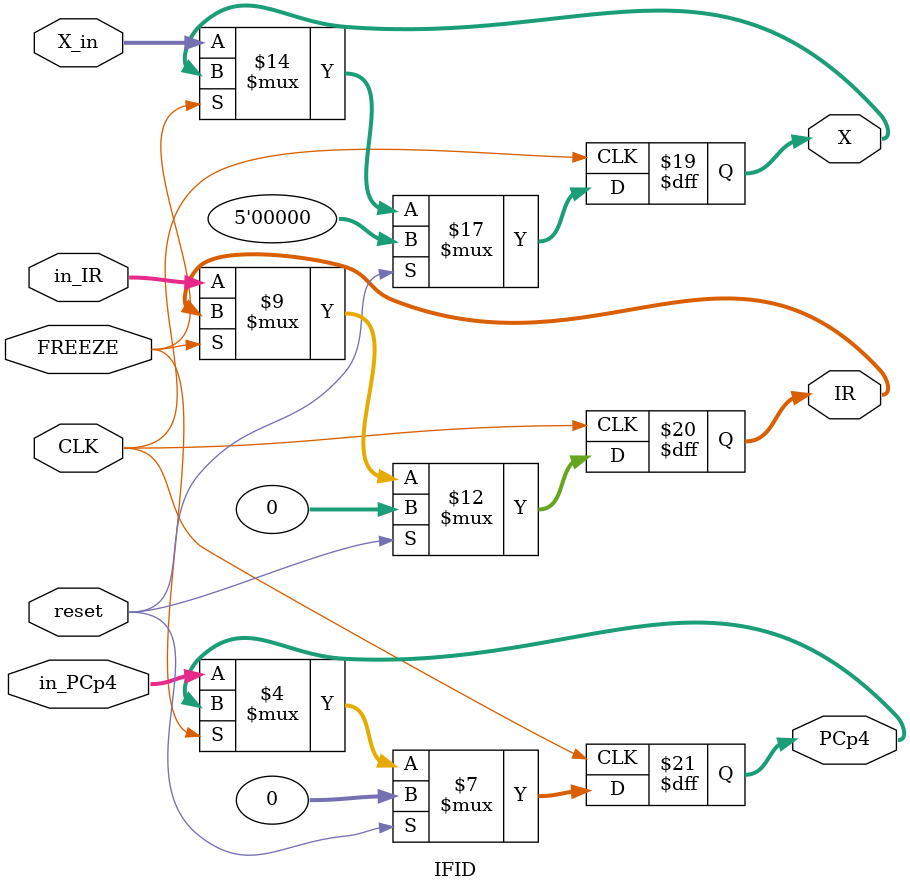
<source format=v>
module IFID(
    input [31:0] in_IR,
    input [31:0] in_PCp4,
	
    input FREEZE,
    input CLK,
	input reset,
	
    output reg [31:0] IR,
    output reg [31:0] PCp4,
	
	input [4:0] X_in,
	output reg [4:0] X
    );

	initial begin
		IR <= 0;
		PCp4 <= 0;
		X <= 0;
	end

    always @ (posedge CLK) begin
		if(reset) begin
			IR <= 0;
			PCp4 <= 0;
			X <= 0;
		end
        else if(!FREEZE) begin
            IR <= in_IR;
            PCp4 <= in_PCp4;
			X <= X_in;
        end
    end

endmodule
</source>
